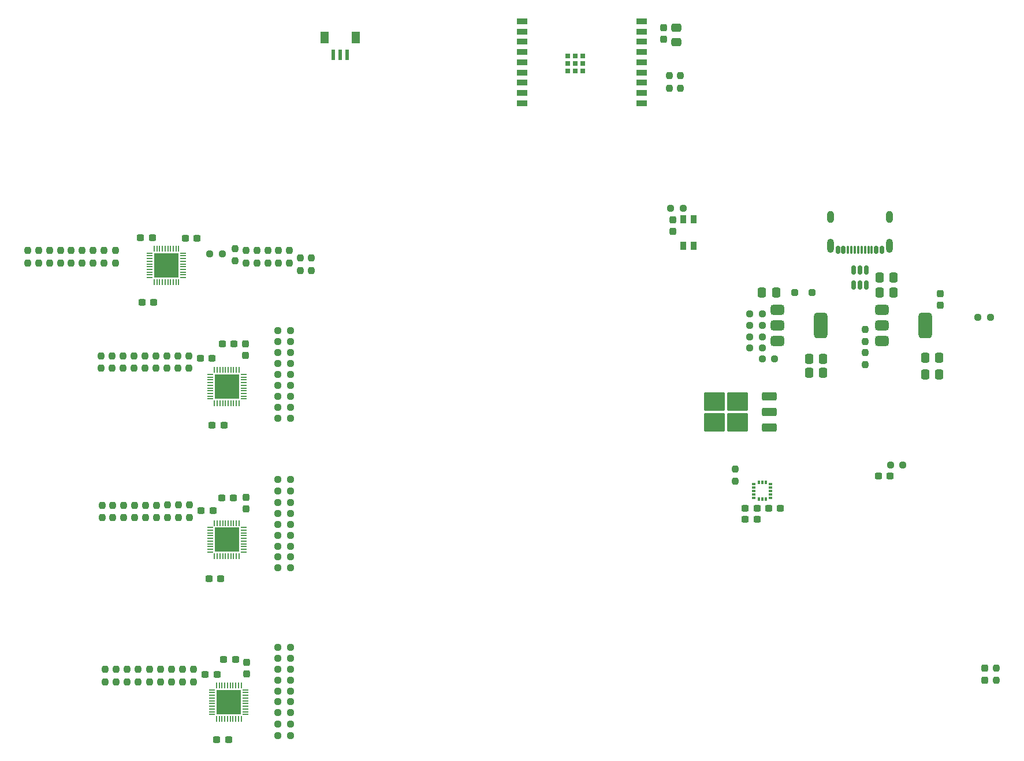
<source format=gbp>
%TF.GenerationSoftware,KiCad,Pcbnew,8.0.6*%
%TF.CreationDate,2024-12-17T00:00:42+05:30*%
%TF.ProjectId,FF1-LP-Badge,4646312d-4c50-42d4-9261-6467652e6b69,rev?*%
%TF.SameCoordinates,Original*%
%TF.FileFunction,Paste,Bot*%
%TF.FilePolarity,Positive*%
%FSLAX46Y46*%
G04 Gerber Fmt 4.6, Leading zero omitted, Abs format (unit mm)*
G04 Created by KiCad (PCBNEW 8.0.6) date 2024-12-17 00:00:42*
%MOMM*%
%LPD*%
G01*
G04 APERTURE LIST*
G04 Aperture macros list*
%AMRoundRect*
0 Rectangle with rounded corners*
0 $1 Rounding radius*
0 $2 $3 $4 $5 $6 $7 $8 $9 X,Y pos of 4 corners*
0 Add a 4 corners polygon primitive as box body*
4,1,4,$2,$3,$4,$5,$6,$7,$8,$9,$2,$3,0*
0 Add four circle primitives for the rounded corners*
1,1,$1+$1,$2,$3*
1,1,$1+$1,$4,$5*
1,1,$1+$1,$6,$7*
1,1,$1+$1,$8,$9*
0 Add four rect primitives between the rounded corners*
20,1,$1+$1,$2,$3,$4,$5,0*
20,1,$1+$1,$4,$5,$6,$7,0*
20,1,$1+$1,$6,$7,$8,$9,0*
20,1,$1+$1,$8,$9,$2,$3,0*%
G04 Aperture macros list end*
%ADD10RoundRect,0.237500X-0.237500X0.250000X-0.237500X-0.250000X0.237500X-0.250000X0.237500X0.250000X0*%
%ADD11RoundRect,0.237500X0.250000X0.237500X-0.250000X0.237500X-0.250000X-0.237500X0.250000X-0.237500X0*%
%ADD12RoundRect,0.250000X-0.337500X-0.475000X0.337500X-0.475000X0.337500X0.475000X-0.337500X0.475000X0*%
%ADD13R,0.850000X0.200000*%
%ADD14R,0.200000X0.850000*%
%ADD15R,3.600000X3.600000*%
%ADD16RoundRect,0.250000X-0.250000X-0.250000X0.250000X-0.250000X0.250000X0.250000X-0.250000X0.250000X0*%
%ADD17RoundRect,0.250000X-0.475000X0.337500X-0.475000X-0.337500X0.475000X-0.337500X0.475000X0.337500X0*%
%ADD18R,0.900000X1.250000*%
%ADD19R,0.600000X1.550000*%
%ADD20R,1.200000X1.800000*%
%ADD21RoundRect,0.237500X-0.237500X0.300000X-0.237500X-0.300000X0.237500X-0.300000X0.237500X0.300000X0*%
%ADD22RoundRect,0.237500X-0.300000X-0.237500X0.300000X-0.237500X0.300000X0.237500X-0.300000X0.237500X0*%
%ADD23RoundRect,0.375000X-0.625000X-0.375000X0.625000X-0.375000X0.625000X0.375000X-0.625000X0.375000X0*%
%ADD24RoundRect,0.500000X-0.500000X-1.400000X0.500000X-1.400000X0.500000X1.400000X-0.500000X1.400000X0*%
%ADD25RoundRect,0.237500X0.237500X-0.300000X0.237500X0.300000X-0.237500X0.300000X-0.237500X-0.300000X0*%
%ADD26RoundRect,0.150000X-0.150000X-0.425000X0.150000X-0.425000X0.150000X0.425000X-0.150000X0.425000X0*%
%ADD27RoundRect,0.075000X-0.075000X-0.500000X0.075000X-0.500000X0.075000X0.500000X-0.075000X0.500000X0*%
%ADD28O,1.000000X1.800000*%
%ADD29O,1.000000X2.100000*%
%ADD30RoundRect,0.237500X-0.250000X-0.237500X0.250000X-0.237500X0.250000X0.237500X-0.250000X0.237500X0*%
%ADD31RoundRect,0.237500X0.300000X0.237500X-0.300000X0.237500X-0.300000X-0.237500X0.300000X-0.237500X0*%
%ADD32RoundRect,0.250000X0.337500X0.475000X-0.337500X0.475000X-0.337500X-0.475000X0.337500X-0.475000X0*%
%ADD33RoundRect,0.237500X0.237500X-0.250000X0.237500X0.250000X-0.237500X0.250000X-0.237500X-0.250000X0*%
%ADD34R,0.700000X0.700000*%
%ADD35R,1.500000X0.900000*%
%ADD36RoundRect,0.087500X-0.187500X-0.087500X0.187500X-0.087500X0.187500X0.087500X-0.187500X0.087500X0*%
%ADD37RoundRect,0.087500X-0.087500X-0.187500X0.087500X-0.187500X0.087500X0.187500X-0.087500X0.187500X0*%
%ADD38RoundRect,0.250000X0.850000X0.350000X-0.850000X0.350000X-0.850000X-0.350000X0.850000X-0.350000X0*%
%ADD39RoundRect,0.250000X1.275000X1.125000X-1.275000X1.125000X-1.275000X-1.125000X1.275000X-1.125000X0*%
%ADD40RoundRect,0.150000X-0.150000X0.512500X-0.150000X-0.512500X0.150000X-0.512500X0.150000X0.512500X0*%
G04 APERTURE END LIST*
D10*
%TO.C,R82*%
X123200001Y-57430202D03*
X123200001Y-59255202D03*
%TD*%
D11*
%TO.C,R58*%
X158512500Y-77211297D03*
X156687500Y-77211297D03*
%TD*%
%TO.C,R22*%
X158518019Y-123661298D03*
X156693019Y-123661298D03*
%TD*%
D10*
%TO.C,R27*%
X133000000Y-118911297D03*
X133000000Y-120736297D03*
%TD*%
%TO.C,R50*%
X140500000Y-94786297D03*
X140500000Y-96611297D03*
%TD*%
D12*
%TO.C,C12*%
X251562500Y-75600000D03*
X253637500Y-75600000D03*
%TD*%
D11*
%TO.C,R39*%
X158512500Y-97611297D03*
X156687500Y-97611297D03*
%TD*%
D13*
%TO.C,U9*%
X142800000Y-57811297D03*
X142800000Y-58211297D03*
X142800000Y-58611297D03*
X142800001Y-59011297D03*
X142800000Y-59411297D03*
X142800000Y-59811297D03*
X142800001Y-60211297D03*
X142800000Y-60611297D03*
X142800000Y-61011297D03*
X142800000Y-61411297D03*
D14*
X142150000Y-62061297D03*
X141750000Y-62061297D03*
X141350000Y-62061297D03*
X140950000Y-62061298D03*
X140550000Y-62061297D03*
X140150000Y-62061297D03*
X139750000Y-62061298D03*
X139350000Y-62061297D03*
X138950000Y-62061297D03*
X138550000Y-62061297D03*
D13*
X137900000Y-61411297D03*
X137900000Y-61011297D03*
X137900000Y-60611297D03*
X137899999Y-60211297D03*
X137900000Y-59811297D03*
X137900000Y-59411297D03*
X137899999Y-59011297D03*
X137900000Y-58611297D03*
X137900000Y-58211297D03*
X137900000Y-57811297D03*
D14*
X138550000Y-57161297D03*
X138950000Y-57161297D03*
X139350000Y-57161297D03*
X139750000Y-57161296D03*
X140150000Y-57161297D03*
X140550000Y-57161297D03*
X140950000Y-57161296D03*
X141350000Y-57161297D03*
X141750000Y-57161297D03*
X142150000Y-57161297D03*
D15*
X140350000Y-59611297D03*
%TD*%
D10*
%TO.C,R70*%
X143600000Y-72898797D03*
X143600000Y-74723797D03*
%TD*%
D16*
%TO.C,D2*%
X232450001Y-63600000D03*
X234949999Y-63600000D03*
%TD*%
D17*
%TO.C,C1*%
X215100000Y-24762500D03*
X215100000Y-26837500D03*
%TD*%
D10*
%TO.C,R81*%
X121600001Y-57430202D03*
X121600001Y-59255202D03*
%TD*%
D18*
%TO.C,SW1*%
X217650001Y-56725000D03*
X217650001Y-52875000D03*
X216149999Y-56725000D03*
X216149999Y-52875000D03*
%TD*%
D11*
%TO.C,R61*%
X158512500Y-82011297D03*
X156687500Y-82011297D03*
%TD*%
%TO.C,R25*%
X158518020Y-128661298D03*
X156693020Y-128661298D03*
%TD*%
%TO.C,R35*%
X158512500Y-91011297D03*
X156687500Y-91011297D03*
%TD*%
D19*
%TO.C,J1*%
X166800000Y-28700000D03*
X165800000Y-28700001D03*
X164800000Y-28700000D03*
D20*
X168100001Y-26175000D03*
X163499999Y-26175000D03*
%TD*%
D21*
%TO.C,C6*%
X260325000Y-118737499D03*
X260325000Y-120462501D03*
%TD*%
D10*
%TO.C,R69*%
X142000000Y-72886297D03*
X142000000Y-74711297D03*
%TD*%
D22*
%TO.C,C30*%
X143100001Y-55642702D03*
X144825003Y-55642702D03*
%TD*%
D10*
%TO.C,R80*%
X120000001Y-57442702D03*
X120000001Y-59267702D03*
%TD*%
D11*
%TO.C,R54*%
X158512500Y-70811297D03*
X156687500Y-70811297D03*
%TD*%
D22*
%TO.C,C8*%
X228612500Y-95300000D03*
X230337502Y-95300000D03*
%TD*%
D10*
%TO.C,R30*%
X137900000Y-118898797D03*
X137900000Y-120723797D03*
%TD*%
D23*
%TO.C,U3*%
X245250000Y-70700000D03*
X245250001Y-68400000D03*
D24*
X251549999Y-68400000D03*
D23*
X245250000Y-66100000D03*
%TD*%
D10*
%TO.C,R64*%
X134000000Y-72898797D03*
X134000000Y-74723797D03*
%TD*%
D25*
%TO.C,C22*%
X152000000Y-95362501D03*
X152000000Y-93637499D03*
%TD*%
D11*
%TO.C,R23*%
X158518020Y-125261298D03*
X156693020Y-125261298D03*
%TD*%
D10*
%TO.C,R62*%
X130800000Y-72898797D03*
X130800000Y-74723797D03*
%TD*%
D11*
%TO.C,R24*%
X158518020Y-126961298D03*
X156693020Y-126961298D03*
%TD*%
%TO.C,R21*%
X158518020Y-122061299D03*
X156693020Y-122061299D03*
%TD*%
D10*
%TO.C,R45*%
X132500000Y-94798797D03*
X132500000Y-96623797D03*
%TD*%
D12*
%TO.C,C10*%
X244862500Y-61400000D03*
X246937500Y-61400000D03*
%TD*%
D11*
%TO.C,R59*%
X158512500Y-78811297D03*
X156687500Y-78811297D03*
%TD*%
D10*
%TO.C,R49*%
X138900000Y-94798797D03*
X138900000Y-96623797D03*
%TD*%
D26*
%TO.C,J2*%
X238800000Y-57290000D03*
X239600000Y-57290000D03*
D27*
X240750000Y-57289999D03*
X241750000Y-57290000D03*
X242250000Y-57290000D03*
X243250000Y-57289999D03*
D26*
X244400000Y-57290000D03*
X245200000Y-57290000D03*
X245200000Y-57290000D03*
X244400000Y-57290000D03*
D27*
X243750000Y-57290000D03*
X242750000Y-57290000D03*
X241250000Y-57290000D03*
X240250000Y-57290000D03*
D26*
X239600000Y-57290000D03*
X238800000Y-57290000D03*
D28*
X237680000Y-52535000D03*
D29*
X237680000Y-56715000D03*
D28*
X246320000Y-52535000D03*
D29*
X246320000Y-56715000D03*
%TD*%
D30*
%TO.C,R14*%
X225887500Y-70100000D03*
X227712500Y-70100000D03*
%TD*%
D10*
%TO.C,R77*%
X158400001Y-57430202D03*
X158400001Y-59255202D03*
%TD*%
%TO.C,R63*%
X132400000Y-72898797D03*
X132400000Y-74723797D03*
%TD*%
D31*
%TO.C,C25*%
X148762502Y-83042702D03*
X147037500Y-83042702D03*
%TD*%
D10*
%TO.C,R67*%
X138800000Y-72898797D03*
X138800000Y-74723797D03*
%TD*%
%TO.C,R87*%
X131200001Y-57430202D03*
X131200001Y-59255202D03*
%TD*%
D13*
%TO.C,U7*%
X151644796Y-98070916D03*
X151644796Y-98470916D03*
X151644796Y-98870916D03*
X151644797Y-99270916D03*
X151644796Y-99670916D03*
X151644796Y-100070916D03*
X151644797Y-100470916D03*
X151644796Y-100870916D03*
X151644796Y-101270916D03*
X151644796Y-101670916D03*
D14*
X150994796Y-102320916D03*
X150594796Y-102320916D03*
X150194796Y-102320916D03*
X149794796Y-102320917D03*
X149394796Y-102320916D03*
X148994796Y-102320916D03*
X148594796Y-102320917D03*
X148194796Y-102320916D03*
X147794796Y-102320916D03*
X147394796Y-102320916D03*
D13*
X146744796Y-101670916D03*
X146744796Y-101270916D03*
X146744796Y-100870916D03*
X146744795Y-100470916D03*
X146744796Y-100070916D03*
X146744796Y-99670916D03*
X146744795Y-99270916D03*
X146744796Y-98870916D03*
X146744796Y-98470916D03*
X146744796Y-98070916D03*
D14*
X147394796Y-97420916D03*
X147794796Y-97420916D03*
X148194796Y-97420916D03*
X148594796Y-97420915D03*
X148994796Y-97420916D03*
X149394796Y-97420916D03*
X149794796Y-97420915D03*
X150194796Y-97420916D03*
X150594796Y-97420916D03*
X150994796Y-97420916D03*
D15*
X149194796Y-99870916D03*
%TD*%
D10*
%TO.C,R28*%
X134600000Y-118898797D03*
X134600000Y-120723797D03*
%TD*%
D12*
%TO.C,C11*%
X244862500Y-63600000D03*
X246937500Y-63600000D03*
%TD*%
D21*
%TO.C,C7*%
X253800000Y-63737499D03*
X253800000Y-65462501D03*
%TD*%
D31*
%TO.C,C21*%
X148300000Y-105611297D03*
X146574998Y-105611297D03*
%TD*%
D21*
%TO.C,C2*%
X213200000Y-24737499D03*
X213200000Y-26462501D03*
%TD*%
D10*
%TO.C,R52*%
X143700000Y-94786297D03*
X143700000Y-96611297D03*
%TD*%
D11*
%TO.C,R41*%
X158512500Y-100811297D03*
X156687500Y-100811297D03*
%TD*%
D31*
%TO.C,C17*%
X149462501Y-129211297D03*
X147737499Y-129211297D03*
%TD*%
D25*
%TO.C,C18*%
X152100000Y-119573798D03*
X152100000Y-117848796D03*
%TD*%
D11*
%TO.C,R12*%
X227712500Y-68400000D03*
X225887500Y-68400000D03*
%TD*%
D30*
%TO.C,R6*%
X246487500Y-88900000D03*
X248312500Y-88900000D03*
%TD*%
D10*
%TO.C,R76*%
X156800001Y-57430202D03*
X156800001Y-59255202D03*
%TD*%
D32*
%TO.C,C16*%
X236637500Y-75400000D03*
X234562500Y-75400000D03*
%TD*%
D10*
%TO.C,R83*%
X124800001Y-57442702D03*
X124800001Y-59267702D03*
%TD*%
D11*
%TO.C,R17*%
X158518020Y-115661299D03*
X156693020Y-115661299D03*
%TD*%
D33*
%TO.C,R5*%
X262000000Y-120512500D03*
X262000000Y-118687500D03*
%TD*%
D11*
%TO.C,R57*%
X158512500Y-75611297D03*
X156687500Y-75611297D03*
%TD*%
D31*
%TO.C,C24*%
X147162501Y-95611297D03*
X145437499Y-95611297D03*
%TD*%
D11*
%TO.C,R60*%
X158512500Y-80411297D03*
X156687500Y-80411297D03*
%TD*%
D25*
%TO.C,C3*%
X214600000Y-54662501D03*
X214600000Y-52937499D03*
%TD*%
D10*
%TO.C,R9*%
X242800000Y-72387500D03*
X242800000Y-74212500D03*
%TD*%
D22*
%TO.C,C4*%
X225212499Y-96900000D03*
X226937501Y-96900000D03*
%TD*%
D33*
%TO.C,R4*%
X223700000Y-91312500D03*
X223700000Y-89487500D03*
%TD*%
D10*
%TO.C,R51*%
X142100000Y-94786297D03*
X142100000Y-96611297D03*
%TD*%
D11*
%TO.C,R71*%
X148512501Y-57942702D03*
X146687501Y-57942702D03*
%TD*%
%TO.C,R40*%
X158512500Y-99211297D03*
X156687500Y-99211297D03*
%TD*%
D10*
%TO.C,R86*%
X129600001Y-57430202D03*
X129600001Y-59255202D03*
%TD*%
%TO.C,R29*%
X136200000Y-118898798D03*
X136200000Y-120723798D03*
%TD*%
D11*
%TO.C,R38*%
X158512500Y-96011297D03*
X156687500Y-96011297D03*
%TD*%
D10*
%TO.C,R48*%
X137300000Y-94798797D03*
X137300000Y-96623797D03*
%TD*%
%TO.C,R74*%
X153600001Y-57430202D03*
X153600001Y-59255202D03*
%TD*%
%TO.C,R47*%
X135700000Y-94798797D03*
X135700000Y-96623797D03*
%TD*%
%TO.C,R65*%
X135600000Y-72898797D03*
X135600000Y-74723797D03*
%TD*%
D11*
%TO.C,R36*%
X158512500Y-92711297D03*
X156687500Y-92711297D03*
%TD*%
%TO.C,R37*%
X158512500Y-94411297D03*
X156687500Y-94411297D03*
%TD*%
D10*
%TO.C,R2*%
X215700000Y-31787500D03*
X215700000Y-33612500D03*
%TD*%
D31*
%TO.C,C29*%
X138462502Y-65042702D03*
X136737500Y-65042702D03*
%TD*%
D34*
%TO.C,U1*%
X201400000Y-31100000D03*
X201400000Y-30000000D03*
X201400000Y-28900000D03*
X200300000Y-31100000D03*
X200300000Y-30000000D03*
X200300000Y-28900000D03*
X199200000Y-31100000D03*
X199200000Y-30000000D03*
X199200000Y-28900000D03*
D35*
X210010000Y-23800000D03*
X210010000Y-25300000D03*
X210010000Y-26800000D03*
X210010000Y-28300000D03*
X210010000Y-29800000D03*
X210010000Y-31300000D03*
X210010000Y-32800000D03*
X210010000Y-34300000D03*
X210010000Y-35800000D03*
X192510000Y-35800000D03*
X192510000Y-34300000D03*
X192510000Y-32800000D03*
X192510000Y-31300000D03*
X192510000Y-29800000D03*
X192510000Y-28300000D03*
X192510000Y-26800000D03*
X192510000Y-25300000D03*
X192510000Y-23800000D03*
%TD*%
D11*
%TO.C,R18*%
X158518020Y-117261300D03*
X156693020Y-117261300D03*
%TD*%
D10*
%TO.C,R8*%
X242800000Y-68987500D03*
X242800000Y-70812500D03*
%TD*%
%TO.C,R44*%
X130900000Y-94798797D03*
X130900000Y-96623797D03*
%TD*%
%TO.C,R32*%
X141100000Y-118898797D03*
X141100000Y-120723797D03*
%TD*%
%TO.C,R73*%
X152000001Y-57430202D03*
X152000001Y-59255202D03*
%TD*%
D32*
%TO.C,C14*%
X229737500Y-63600000D03*
X227662500Y-63600000D03*
%TD*%
D10*
%TO.C,R88*%
X132900001Y-57430203D03*
X132900001Y-59255203D03*
%TD*%
%TO.C,R85*%
X128000001Y-57430202D03*
X128000001Y-59255202D03*
%TD*%
D22*
%TO.C,C5*%
X225212498Y-95300000D03*
X226937500Y-95300000D03*
%TD*%
D11*
%TO.C,R56*%
X158512500Y-74011297D03*
X156687500Y-74011297D03*
%TD*%
D31*
%TO.C,C23*%
X150162501Y-93711297D03*
X148437499Y-93711297D03*
%TD*%
D10*
%TO.C,R31*%
X139500000Y-118898797D03*
X139500000Y-120723797D03*
%TD*%
D11*
%TO.C,R43*%
X158512500Y-104011297D03*
X156687500Y-104011297D03*
%TD*%
D30*
%TO.C,R7*%
X259287500Y-67200000D03*
X261112500Y-67200000D03*
%TD*%
D31*
%TO.C,C28*%
X147062501Y-73211297D03*
X145337499Y-73211297D03*
%TD*%
D36*
%TO.C,U2*%
X226475000Y-93700000D03*
X226475000Y-93200000D03*
X226475000Y-92700000D03*
X226475000Y-92200000D03*
X226475000Y-91700000D03*
D37*
X227200000Y-91475000D03*
X227700000Y-91475000D03*
X228200000Y-91475000D03*
D36*
X228925000Y-91700000D03*
X228925000Y-92200000D03*
X228925000Y-92700000D03*
X228925000Y-93200000D03*
X228925000Y-93700000D03*
D37*
X228200000Y-93925000D03*
X227700000Y-93925000D03*
X227200000Y-93925000D03*
%TD*%
D32*
%TO.C,C15*%
X236637500Y-73300000D03*
X234562500Y-73300000D03*
%TD*%
D30*
%TO.C,R3*%
X214287500Y-51200000D03*
X216112500Y-51200000D03*
%TD*%
D10*
%TO.C,R75*%
X155200001Y-57430202D03*
X155200001Y-59255202D03*
%TD*%
%TO.C,R34*%
X144300000Y-118898798D03*
X144300000Y-120723798D03*
%TD*%
%TO.C,R68*%
X140400001Y-72886297D03*
X140400001Y-74711297D03*
%TD*%
D30*
%TO.C,R15*%
X225887500Y-71700000D03*
X227712500Y-71700000D03*
%TD*%
D10*
%TO.C,R84*%
X126400001Y-57430202D03*
X126400001Y-59255202D03*
%TD*%
%TO.C,R78*%
X160000001Y-58530202D03*
X160000001Y-60355202D03*
%TD*%
%TO.C,R66*%
X137200000Y-72898797D03*
X137200000Y-74723797D03*
%TD*%
D11*
%TO.C,R19*%
X158518020Y-118861298D03*
X156693020Y-118861298D03*
%TD*%
D10*
%TO.C,R33*%
X142700001Y-118898797D03*
X142700001Y-120723797D03*
%TD*%
D31*
%TO.C,C19*%
X150462501Y-117411297D03*
X148737499Y-117411297D03*
%TD*%
D11*
%TO.C,R53*%
X158512500Y-69211297D03*
X156687500Y-69211297D03*
%TD*%
D22*
%TO.C,C9*%
X244737499Y-90500000D03*
X246462501Y-90500000D03*
%TD*%
D11*
%TO.C,R55*%
X158512500Y-72411297D03*
X156687500Y-72411297D03*
%TD*%
D25*
%TO.C,C26*%
X151900000Y-72862501D03*
X151900000Y-71137499D03*
%TD*%
D11*
%TO.C,R42*%
X158512500Y-102411297D03*
X156687500Y-102411297D03*
%TD*%
D13*
%TO.C,U8*%
X151644796Y-75611297D03*
X151644796Y-76011297D03*
X151644796Y-76411297D03*
X151644797Y-76811297D03*
X151644796Y-77211297D03*
X151644796Y-77611297D03*
X151644797Y-78011297D03*
X151644796Y-78411297D03*
X151644796Y-78811297D03*
X151644796Y-79211297D03*
D14*
X150994796Y-79861297D03*
X150594796Y-79861297D03*
X150194796Y-79861297D03*
X149794796Y-79861298D03*
X149394796Y-79861297D03*
X148994796Y-79861297D03*
X148594796Y-79861298D03*
X148194796Y-79861297D03*
X147794796Y-79861297D03*
X147394796Y-79861297D03*
D13*
X146744796Y-79211297D03*
X146744796Y-78811297D03*
X146744796Y-78411297D03*
X146744795Y-78011297D03*
X146744796Y-77611297D03*
X146744796Y-77211297D03*
X146744795Y-76811297D03*
X146744796Y-76411297D03*
X146744796Y-76011297D03*
X146744796Y-75611297D03*
D14*
X147394796Y-74961297D03*
X147794796Y-74961297D03*
X148194796Y-74961297D03*
X148594796Y-74961296D03*
X148994796Y-74961297D03*
X149394796Y-74961297D03*
X149794796Y-74961296D03*
X150194796Y-74961297D03*
X150594796Y-74961297D03*
X150994796Y-74961297D03*
D15*
X149194796Y-77411297D03*
%TD*%
D10*
%TO.C,R79*%
X161600001Y-58530202D03*
X161600001Y-60355202D03*
%TD*%
D13*
%TO.C,U6*%
X151950000Y-121911297D03*
X151950000Y-122311297D03*
X151950000Y-122711297D03*
X151950001Y-123111297D03*
X151950000Y-123511297D03*
X151950000Y-123911297D03*
X151950001Y-124311297D03*
X151950000Y-124711297D03*
X151950000Y-125111297D03*
X151950000Y-125511297D03*
D14*
X151300000Y-126161297D03*
X150900000Y-126161297D03*
X150500000Y-126161297D03*
X150100000Y-126161298D03*
X149700000Y-126161297D03*
X149300000Y-126161297D03*
X148900000Y-126161298D03*
X148500000Y-126161297D03*
X148100000Y-126161297D03*
X147700000Y-126161297D03*
D13*
X147050000Y-125511297D03*
X147050000Y-125111297D03*
X147050000Y-124711297D03*
X147049999Y-124311297D03*
X147050000Y-123911297D03*
X147050000Y-123511297D03*
X147049999Y-123111297D03*
X147050000Y-122711297D03*
X147050000Y-122311297D03*
X147050000Y-121911297D03*
D14*
X147700000Y-121261297D03*
X148100000Y-121261297D03*
X148500000Y-121261297D03*
X148900000Y-121261296D03*
X149300000Y-121261297D03*
X149700000Y-121261297D03*
X150100000Y-121261296D03*
X150500000Y-121261297D03*
X150900000Y-121261297D03*
X151300000Y-121261297D03*
D15*
X149500000Y-123711297D03*
%TD*%
D11*
%TO.C,R13*%
X227712500Y-66700000D03*
X225887500Y-66700000D03*
%TD*%
D31*
%TO.C,C20*%
X147762501Y-119611297D03*
X146037499Y-119611297D03*
%TD*%
D10*
%TO.C,R26*%
X131400000Y-118898797D03*
X131400000Y-120723797D03*
%TD*%
D12*
%TO.C,C13*%
X251562500Y-73200000D03*
X253637500Y-73200000D03*
%TD*%
D38*
%TO.C,D1*%
X228700000Y-78832500D03*
X228700000Y-81112500D03*
D39*
X224075000Y-82637500D03*
X224075000Y-79587500D03*
X220725000Y-82637500D03*
X220725000Y-79587500D03*
D38*
X228700000Y-83392500D03*
%TD*%
D40*
%TO.C,U4*%
X241050001Y-60262500D03*
X242000000Y-60262500D03*
X242949999Y-60262500D03*
X242949999Y-62537500D03*
X242000000Y-62537500D03*
X241050001Y-62537500D03*
%TD*%
D31*
%TO.C,C32*%
X138262501Y-55542702D03*
X136537501Y-55542702D03*
%TD*%
D10*
%TO.C,R46*%
X134100000Y-94798797D03*
X134100000Y-96623797D03*
%TD*%
D30*
%TO.C,R16*%
X227687500Y-73300000D03*
X229512500Y-73300000D03*
%TD*%
D10*
%TO.C,R72*%
X150400001Y-57130202D03*
X150400001Y-58955202D03*
%TD*%
D11*
%TO.C,R20*%
X158518020Y-120461296D03*
X156693020Y-120461296D03*
%TD*%
D10*
%TO.C,R1*%
X214100000Y-31787500D03*
X214100000Y-33612500D03*
%TD*%
D31*
%TO.C,C27*%
X150262502Y-71142702D03*
X148537500Y-71142702D03*
%TD*%
D23*
%TO.C,U5*%
X229950000Y-70700000D03*
X229950001Y-68400000D03*
D24*
X236249999Y-68400000D03*
D23*
X229950000Y-66100000D03*
%TD*%
M02*

</source>
